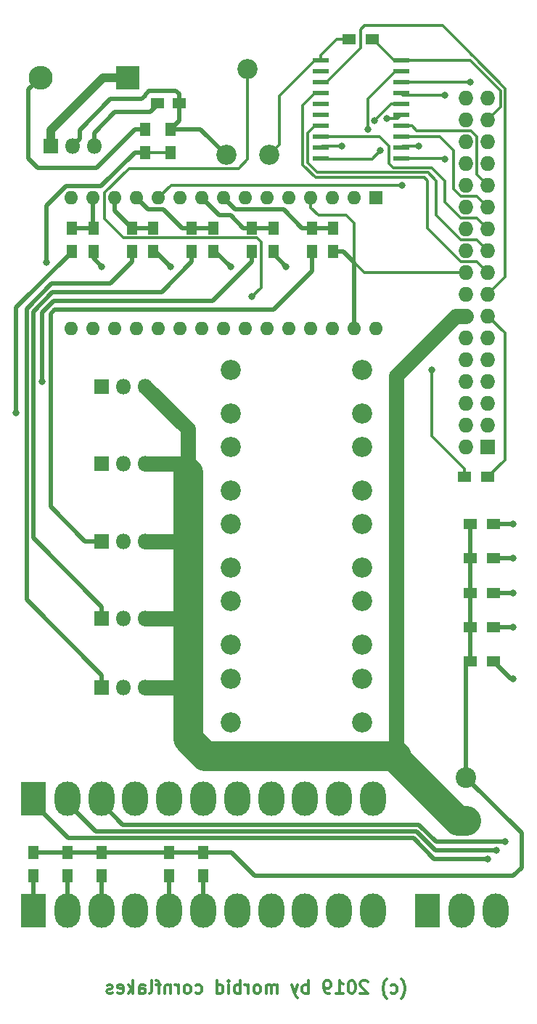
<source format=gbr>
G04 #@! TF.GenerationSoftware,KiCad,Pcbnew,5.0.1*
G04 #@! TF.CreationDate,2019-02-24T09:50:17+01:00*
G04 #@! TF.ProjectId,afterglow_gi_nano,6166746572676C6F775F67695F6E616E,rev?*
G04 #@! TF.SameCoordinates,Original*
G04 #@! TF.FileFunction,Copper,L2,Bot,Signal*
G04 #@! TF.FilePolarity,Positive*
%FSLAX46Y46*%
G04 Gerber Fmt 4.6, Leading zero omitted, Abs format (unit mm)*
G04 Created by KiCad (PCBNEW 5.0.1) date So 24 Feb 2019 09:50:17 CET*
%MOMM*%
%LPD*%
G01*
G04 APERTURE LIST*
G04 #@! TA.AperFunction,NonConductor*
%ADD10C,0.300000*%
G04 #@! TD*
G04 #@! TA.AperFunction,ComponentPad*
%ADD11C,2.340000*%
G04 #@! TD*
G04 #@! TA.AperFunction,ComponentPad*
%ADD12R,2.400000X2.400000*%
G04 #@! TD*
G04 #@! TA.AperFunction,ComponentPad*
%ADD13C,2.400000*%
G04 #@! TD*
G04 #@! TA.AperFunction,SMDPad,CuDef*
%ADD14R,1.950000X0.600000*%
G04 #@! TD*
G04 #@! TA.AperFunction,ComponentPad*
%ADD15R,1.600000X1.600000*%
G04 #@! TD*
G04 #@! TA.AperFunction,ComponentPad*
%ADD16O,1.600000X1.600000*%
G04 #@! TD*
G04 #@! TA.AperFunction,SMDPad,CuDef*
%ADD17R,1.500000X1.250000*%
G04 #@! TD*
G04 #@! TA.AperFunction,ComponentPad*
%ADD18R,2.800000X2.800000*%
G04 #@! TD*
G04 #@! TA.AperFunction,ComponentPad*
%ADD19O,2.800000X2.800000*%
G04 #@! TD*
G04 #@! TA.AperFunction,ComponentPad*
%ADD20C,2.350000*%
G04 #@! TD*
G04 #@! TA.AperFunction,ComponentPad*
%ADD21R,1.727200X1.727200*%
G04 #@! TD*
G04 #@! TA.AperFunction,ComponentPad*
%ADD22O,1.727200X1.727200*%
G04 #@! TD*
G04 #@! TA.AperFunction,ComponentPad*
%ADD23O,3.000000X4.000000*%
G04 #@! TD*
G04 #@! TA.AperFunction,ComponentPad*
%ADD24R,3.000000X4.000000*%
G04 #@! TD*
G04 #@! TA.AperFunction,ComponentPad*
%ADD25O,1.800000X1.800000*%
G04 #@! TD*
G04 #@! TA.AperFunction,ComponentPad*
%ADD26R,1.800000X1.800000*%
G04 #@! TD*
G04 #@! TA.AperFunction,SMDPad,CuDef*
%ADD27R,1.500000X1.300000*%
G04 #@! TD*
G04 #@! TA.AperFunction,SMDPad,CuDef*
%ADD28R,1.300000X1.500000*%
G04 #@! TD*
G04 #@! TA.AperFunction,ViaPad*
%ADD29C,0.800000*%
G04 #@! TD*
G04 #@! TA.AperFunction,Conductor*
%ADD30C,3.500000*%
G04 #@! TD*
G04 #@! TA.AperFunction,Conductor*
%ADD31C,1.750000*%
G04 #@! TD*
G04 #@! TA.AperFunction,Conductor*
%ADD32C,0.500000*%
G04 #@! TD*
G04 #@! TA.AperFunction,Conductor*
%ADD33C,0.300000*%
G04 #@! TD*
G04 #@! TA.AperFunction,Conductor*
%ADD34C,1.000000*%
G04 #@! TD*
G04 APERTURE END LIST*
D10*
X101928571Y-142250000D02*
X102000000Y-142178571D01*
X102142857Y-141964285D01*
X102214285Y-141821428D01*
X102285714Y-141607142D01*
X102357142Y-141250000D01*
X102357142Y-140964285D01*
X102285714Y-140607142D01*
X102214285Y-140392857D01*
X102142857Y-140250000D01*
X102000000Y-140035714D01*
X101928571Y-139964285D01*
X100714285Y-141607142D02*
X100857142Y-141678571D01*
X101142857Y-141678571D01*
X101285714Y-141607142D01*
X101357142Y-141535714D01*
X101428571Y-141392857D01*
X101428571Y-140964285D01*
X101357142Y-140821428D01*
X101285714Y-140750000D01*
X101142857Y-140678571D01*
X100857142Y-140678571D01*
X100714285Y-140750000D01*
X100214285Y-142250000D02*
X100142857Y-142178571D01*
X100000000Y-141964285D01*
X99928571Y-141821428D01*
X99857142Y-141607142D01*
X99785714Y-141250000D01*
X99785714Y-140964285D01*
X99857142Y-140607142D01*
X99928571Y-140392857D01*
X100000000Y-140250000D01*
X100142857Y-140035714D01*
X100214285Y-139964285D01*
X98000000Y-140321428D02*
X97928571Y-140250000D01*
X97785714Y-140178571D01*
X97428571Y-140178571D01*
X97285714Y-140250000D01*
X97214285Y-140321428D01*
X97142857Y-140464285D01*
X97142857Y-140607142D01*
X97214285Y-140821428D01*
X98071428Y-141678571D01*
X97142857Y-141678571D01*
X96214285Y-140178571D02*
X96071428Y-140178571D01*
X95928571Y-140250000D01*
X95857142Y-140321428D01*
X95785714Y-140464285D01*
X95714285Y-140750000D01*
X95714285Y-141107142D01*
X95785714Y-141392857D01*
X95857142Y-141535714D01*
X95928571Y-141607142D01*
X96071428Y-141678571D01*
X96214285Y-141678571D01*
X96357142Y-141607142D01*
X96428571Y-141535714D01*
X96500000Y-141392857D01*
X96571428Y-141107142D01*
X96571428Y-140750000D01*
X96500000Y-140464285D01*
X96428571Y-140321428D01*
X96357142Y-140250000D01*
X96214285Y-140178571D01*
X94285714Y-141678571D02*
X95142857Y-141678571D01*
X94714285Y-141678571D02*
X94714285Y-140178571D01*
X94857142Y-140392857D01*
X95000000Y-140535714D01*
X95142857Y-140607142D01*
X93571428Y-141678571D02*
X93285714Y-141678571D01*
X93142857Y-141607142D01*
X93071428Y-141535714D01*
X92928571Y-141321428D01*
X92857142Y-141035714D01*
X92857142Y-140464285D01*
X92928571Y-140321428D01*
X93000000Y-140250000D01*
X93142857Y-140178571D01*
X93428571Y-140178571D01*
X93571428Y-140250000D01*
X93642857Y-140321428D01*
X93714285Y-140464285D01*
X93714285Y-140821428D01*
X93642857Y-140964285D01*
X93571428Y-141035714D01*
X93428571Y-141107142D01*
X93142857Y-141107142D01*
X93000000Y-141035714D01*
X92928571Y-140964285D01*
X92857142Y-140821428D01*
X91071428Y-141678571D02*
X91071428Y-140178571D01*
X91071428Y-140750000D02*
X90928571Y-140678571D01*
X90642857Y-140678571D01*
X90500000Y-140750000D01*
X90428571Y-140821428D01*
X90357142Y-140964285D01*
X90357142Y-141392857D01*
X90428571Y-141535714D01*
X90500000Y-141607142D01*
X90642857Y-141678571D01*
X90928571Y-141678571D01*
X91071428Y-141607142D01*
X89857142Y-140678571D02*
X89500000Y-141678571D01*
X89142857Y-140678571D02*
X89500000Y-141678571D01*
X89642857Y-142035714D01*
X89714285Y-142107142D01*
X89857142Y-142178571D01*
X87428571Y-141678571D02*
X87428571Y-140678571D01*
X87428571Y-140821428D02*
X87357142Y-140750000D01*
X87214285Y-140678571D01*
X87000000Y-140678571D01*
X86857142Y-140750000D01*
X86785714Y-140892857D01*
X86785714Y-141678571D01*
X86785714Y-140892857D02*
X86714285Y-140750000D01*
X86571428Y-140678571D01*
X86357142Y-140678571D01*
X86214285Y-140750000D01*
X86142857Y-140892857D01*
X86142857Y-141678571D01*
X85214285Y-141678571D02*
X85357142Y-141607142D01*
X85428571Y-141535714D01*
X85500000Y-141392857D01*
X85500000Y-140964285D01*
X85428571Y-140821428D01*
X85357142Y-140750000D01*
X85214285Y-140678571D01*
X85000000Y-140678571D01*
X84857142Y-140750000D01*
X84785714Y-140821428D01*
X84714285Y-140964285D01*
X84714285Y-141392857D01*
X84785714Y-141535714D01*
X84857142Y-141607142D01*
X85000000Y-141678571D01*
X85214285Y-141678571D01*
X84071428Y-141678571D02*
X84071428Y-140678571D01*
X84071428Y-140964285D02*
X84000000Y-140821428D01*
X83928571Y-140750000D01*
X83785714Y-140678571D01*
X83642857Y-140678571D01*
X83142857Y-141678571D02*
X83142857Y-140178571D01*
X83142857Y-140750000D02*
X83000000Y-140678571D01*
X82714285Y-140678571D01*
X82571428Y-140750000D01*
X82500000Y-140821428D01*
X82428571Y-140964285D01*
X82428571Y-141392857D01*
X82500000Y-141535714D01*
X82571428Y-141607142D01*
X82714285Y-141678571D01*
X83000000Y-141678571D01*
X83142857Y-141607142D01*
X81785714Y-141678571D02*
X81785714Y-140678571D01*
X81785714Y-140178571D02*
X81857142Y-140250000D01*
X81785714Y-140321428D01*
X81714285Y-140250000D01*
X81785714Y-140178571D01*
X81785714Y-140321428D01*
X80428571Y-141678571D02*
X80428571Y-140178571D01*
X80428571Y-141607142D02*
X80571428Y-141678571D01*
X80857142Y-141678571D01*
X81000000Y-141607142D01*
X81071428Y-141535714D01*
X81142857Y-141392857D01*
X81142857Y-140964285D01*
X81071428Y-140821428D01*
X81000000Y-140750000D01*
X80857142Y-140678571D01*
X80571428Y-140678571D01*
X80428571Y-140750000D01*
X77928571Y-141607142D02*
X78071428Y-141678571D01*
X78357142Y-141678571D01*
X78500000Y-141607142D01*
X78571428Y-141535714D01*
X78642857Y-141392857D01*
X78642857Y-140964285D01*
X78571428Y-140821428D01*
X78500000Y-140750000D01*
X78357142Y-140678571D01*
X78071428Y-140678571D01*
X77928571Y-140750000D01*
X77071428Y-141678571D02*
X77214285Y-141607142D01*
X77285714Y-141535714D01*
X77357142Y-141392857D01*
X77357142Y-140964285D01*
X77285714Y-140821428D01*
X77214285Y-140750000D01*
X77071428Y-140678571D01*
X76857142Y-140678571D01*
X76714285Y-140750000D01*
X76642857Y-140821428D01*
X76571428Y-140964285D01*
X76571428Y-141392857D01*
X76642857Y-141535714D01*
X76714285Y-141607142D01*
X76857142Y-141678571D01*
X77071428Y-141678571D01*
X75928571Y-141678571D02*
X75928571Y-140678571D01*
X75928571Y-140964285D02*
X75857142Y-140821428D01*
X75785714Y-140750000D01*
X75642857Y-140678571D01*
X75500000Y-140678571D01*
X75000000Y-140678571D02*
X75000000Y-141678571D01*
X75000000Y-140821428D02*
X74928571Y-140750000D01*
X74785714Y-140678571D01*
X74571428Y-140678571D01*
X74428571Y-140750000D01*
X74357142Y-140892857D01*
X74357142Y-141678571D01*
X73857142Y-140678571D02*
X73285714Y-140678571D01*
X73642857Y-141678571D02*
X73642857Y-140392857D01*
X73571428Y-140250000D01*
X73428571Y-140178571D01*
X73285714Y-140178571D01*
X72571428Y-141678571D02*
X72714285Y-141607142D01*
X72785714Y-141464285D01*
X72785714Y-140178571D01*
X71357142Y-141678571D02*
X71357142Y-140892857D01*
X71428571Y-140750000D01*
X71571428Y-140678571D01*
X71857142Y-140678571D01*
X72000000Y-140750000D01*
X71357142Y-141607142D02*
X71500000Y-141678571D01*
X71857142Y-141678571D01*
X72000000Y-141607142D01*
X72071428Y-141464285D01*
X72071428Y-141321428D01*
X72000000Y-141178571D01*
X71857142Y-141107142D01*
X71500000Y-141107142D01*
X71357142Y-141035714D01*
X70642857Y-141678571D02*
X70642857Y-140178571D01*
X70500000Y-141107142D02*
X70071428Y-141678571D01*
X70071428Y-140678571D02*
X70642857Y-141250000D01*
X68857142Y-141607142D02*
X69000000Y-141678571D01*
X69285714Y-141678571D01*
X69428571Y-141607142D01*
X69500000Y-141464285D01*
X69500000Y-140892857D01*
X69428571Y-140750000D01*
X69285714Y-140678571D01*
X69000000Y-140678571D01*
X68857142Y-140750000D01*
X68785714Y-140892857D01*
X68785714Y-141035714D01*
X69500000Y-141178571D01*
X68214285Y-141607142D02*
X68071428Y-141678571D01*
X67785714Y-141678571D01*
X67642857Y-141607142D01*
X67571428Y-141464285D01*
X67571428Y-141392857D01*
X67642857Y-141250000D01*
X67785714Y-141178571D01*
X68000000Y-141178571D01*
X68142857Y-141107142D01*
X68214285Y-140964285D01*
X68214285Y-140892857D01*
X68142857Y-140750000D01*
X68000000Y-140678571D01*
X67785714Y-140678571D01*
X67642857Y-140750000D01*
D11*
G04 #@! TO.P,RV1,3*
G04 #@! TO.N,GND*
X81500000Y-44000000D03*
G04 #@! TO.P,RV1,2*
G04 #@! TO.N,Net-(A1-Pad20)*
X84000000Y-34000000D03*
G04 #@! TO.P,RV1,1*
G04 #@! TO.N,/5V*
X86500000Y-44000000D03*
G04 #@! TD*
D12*
G04 #@! TO.P,J2,1*
G04 #@! TO.N,GND*
X109500000Y-121500000D03*
D13*
G04 #@! TO.P,J2,2*
G04 #@! TO.N,+12V*
X109500000Y-116500000D03*
G04 #@! TD*
D14*
G04 #@! TO.P,U1,1*
G04 #@! TO.N,/BLANK*
X101900000Y-33000000D03*
G04 #@! TO.P,U1,2*
G04 #@! TO.N,/T0*
X101900000Y-34270000D03*
G04 #@! TO.P,U1,3*
G04 #@! TO.N,/D0*
X101900000Y-35540000D03*
G04 #@! TO.P,U1,4*
G04 #@! TO.N,/D1*
X101900000Y-36810000D03*
G04 #@! TO.P,U1,5*
G04 #@! TO.N,/T1*
X101900000Y-38080000D03*
G04 #@! TO.P,U1,6*
G04 #@! TO.N,/T2*
X101900000Y-39350000D03*
G04 #@! TO.P,U1,7*
G04 #@! TO.N,/D2*
X101900000Y-40620000D03*
G04 #@! TO.P,U1,8*
G04 #@! TO.N,/D3*
X101900000Y-41890000D03*
G04 #@! TO.P,U1,9*
G04 #@! TO.N,/T3*
X101900000Y-43160000D03*
G04 #@! TO.P,U1,10*
G04 #@! TO.N,GND*
X101900000Y-44430000D03*
G04 #@! TO.P,U1,11*
G04 #@! TO.N,/TRIAC*
X92500000Y-44430000D03*
G04 #@! TO.P,U1,12*
G04 #@! TO.N,/T4*
X92500000Y-43160000D03*
G04 #@! TO.P,U1,13*
G04 #@! TO.N,/D4*
X92500000Y-41890000D03*
G04 #@! TO.P,U1,14*
G04 #@! TO.N,/D5*
X92500000Y-40620000D03*
G04 #@! TO.P,U1,15*
G04 #@! TO.N,Net-(U1-Pad15)*
X92500000Y-39350000D03*
G04 #@! TO.P,U1,16*
G04 #@! TO.N,Net-(U1-Pad16)*
X92500000Y-38080000D03*
G04 #@! TO.P,U1,17*
G04 #@! TO.N,/D6*
X92500000Y-36810000D03*
G04 #@! TO.P,U1,18*
G04 #@! TO.N,/D7*
X92500000Y-35540000D03*
G04 #@! TO.P,U1,19*
G04 #@! TO.N,Net-(U1-Pad19)*
X92500000Y-34270000D03*
G04 #@! TO.P,U1,20*
G04 #@! TO.N,/5V*
X92500000Y-33000000D03*
G04 #@! TD*
D15*
G04 #@! TO.P,A1,1*
G04 #@! TO.N,Net-(A1-Pad1)*
X99000000Y-49000000D03*
D16*
G04 #@! TO.P,A1,17*
G04 #@! TO.N,Net-(A1-Pad17)*
X65980000Y-64240000D03*
G04 #@! TO.P,A1,2*
G04 #@! TO.N,Net-(A1-Pad2)*
X96460000Y-49000000D03*
G04 #@! TO.P,A1,18*
G04 #@! TO.N,Net-(A1-Pad18)*
X68520000Y-64240000D03*
G04 #@! TO.P,A1,3*
G04 #@! TO.N,Net-(A1-Pad3)*
X93920000Y-49000000D03*
G04 #@! TO.P,A1,19*
G04 #@! TO.N,Net-(A1-Pad19)*
X71060000Y-64240000D03*
G04 #@! TO.P,A1,4*
G04 #@! TO.N,GND*
X91380000Y-49000000D03*
G04 #@! TO.P,A1,20*
G04 #@! TO.N,Net-(A1-Pad20)*
X73600000Y-64240000D03*
G04 #@! TO.P,A1,5*
G04 #@! TO.N,/T0*
X88840000Y-49000000D03*
G04 #@! TO.P,A1,21*
G04 #@! TO.N,Net-(A1-Pad21)*
X76140000Y-64240000D03*
G04 #@! TO.P,A1,6*
G04 #@! TO.N,/T1*
X86300000Y-49000000D03*
G04 #@! TO.P,A1,22*
G04 #@! TO.N,Net-(A1-Pad22)*
X78680000Y-64240000D03*
G04 #@! TO.P,A1,7*
G04 #@! TO.N,/T2*
X83760000Y-49000000D03*
G04 #@! TO.P,A1,23*
G04 #@! TO.N,Net-(A1-Pad23)*
X81220000Y-64240000D03*
G04 #@! TO.P,A1,8*
G04 #@! TO.N,/P0*
X81220000Y-49000000D03*
G04 #@! TO.P,A1,24*
G04 #@! TO.N,Net-(A1-Pad24)*
X83760000Y-64240000D03*
G04 #@! TO.P,A1,9*
G04 #@! TO.N,/P4*
X78680000Y-49000000D03*
G04 #@! TO.P,A1,25*
G04 #@! TO.N,Net-(A1-Pad25)*
X86300000Y-64240000D03*
G04 #@! TO.P,A1,10*
G04 #@! TO.N,/ZC*
X76140000Y-49000000D03*
G04 #@! TO.P,A1,26*
G04 #@! TO.N,Net-(A1-Pad26)*
X88840000Y-64240000D03*
G04 #@! TO.P,A1,11*
G04 #@! TO.N,/T3*
X73600000Y-49000000D03*
G04 #@! TO.P,A1,27*
G04 #@! TO.N,/5V*
X91380000Y-64240000D03*
G04 #@! TO.P,A1,12*
G04 #@! TO.N,/P1*
X71060000Y-49000000D03*
G04 #@! TO.P,A1,28*
G04 #@! TO.N,Net-(A1-Pad28)*
X93920000Y-64240000D03*
G04 #@! TO.P,A1,13*
G04 #@! TO.N,/P2*
X68520000Y-49000000D03*
G04 #@! TO.P,A1,29*
G04 #@! TO.N,GND*
X96460000Y-64240000D03*
G04 #@! TO.P,A1,14*
G04 #@! TO.N,/P3*
X65980000Y-49000000D03*
G04 #@! TO.P,A1,30*
G04 #@! TO.N,Net-(A1-Pad30)*
X99000000Y-64240000D03*
G04 #@! TO.P,A1,15*
G04 #@! TO.N,/T4*
X63440000Y-49000000D03*
G04 #@! TO.P,A1,16*
G04 #@! TO.N,Net-(A1-Pad16)*
X63440000Y-64240000D03*
G04 #@! TD*
D17*
G04 #@! TO.P,C3,2*
G04 #@! TO.N,GND*
X76000000Y-38000000D03*
G04 #@! TO.P,C3,1*
G04 #@! TO.N,/5V*
X73500000Y-38000000D03*
G04 #@! TD*
D18*
G04 #@! TO.P,D6,1*
G04 #@! TO.N,Net-(C2-Pad1)*
X70000000Y-35000000D03*
D19*
G04 #@! TO.P,D6,2*
G04 #@! TO.N,+12V*
X59840000Y-35000000D03*
G04 #@! TD*
D20*
G04 #@! TO.P,F1,2*
G04 #@! TO.N,+12V*
X97320000Y-69000000D03*
X97320000Y-74080000D03*
G04 #@! TO.P,F1,1*
G04 #@! TO.N,Net-(F1-Pad1)*
X82000000Y-69000000D03*
X82000000Y-74080000D03*
G04 #@! TD*
G04 #@! TO.P,F2,1*
G04 #@! TO.N,Net-(F2-Pad1)*
X82000000Y-83080000D03*
X82000000Y-78000000D03*
G04 #@! TO.P,F2,2*
G04 #@! TO.N,+12V*
X97320000Y-83080000D03*
X97320000Y-78000000D03*
G04 #@! TD*
G04 #@! TO.P,F3,2*
G04 #@! TO.N,+12V*
X97320000Y-87000000D03*
X97320000Y-92080000D03*
G04 #@! TO.P,F3,1*
G04 #@! TO.N,Net-(F3-Pad1)*
X82000000Y-87000000D03*
X82000000Y-92080000D03*
G04 #@! TD*
G04 #@! TO.P,F4,1*
G04 #@! TO.N,Net-(F4-Pad1)*
X82000000Y-101080000D03*
X82000000Y-96000000D03*
G04 #@! TO.P,F4,2*
G04 #@! TO.N,+12V*
X97320000Y-101080000D03*
X97320000Y-96000000D03*
G04 #@! TD*
G04 #@! TO.P,F5,2*
G04 #@! TO.N,+12V*
X97320000Y-105000000D03*
X97320000Y-110080000D03*
G04 #@! TO.P,F5,1*
G04 #@! TO.N,Net-(F5-Pad1)*
X82000000Y-105000000D03*
X82000000Y-110080000D03*
G04 #@! TD*
D21*
G04 #@! TO.P,J1,1*
G04 #@! TO.N,/PIN1*
X112000000Y-78000000D03*
D22*
G04 #@! TO.P,J1,2*
G04 #@! TO.N,/PIN2*
X109460000Y-78000000D03*
G04 #@! TO.P,J1,3*
G04 #@! TO.N,/PIN3*
X112000000Y-75460000D03*
G04 #@! TO.P,J1,4*
G04 #@! TO.N,/PIN4*
X109460000Y-75460000D03*
G04 #@! TO.P,J1,5*
G04 #@! TO.N,/PIN5*
X112000000Y-72920000D03*
G04 #@! TO.P,J1,6*
G04 #@! TO.N,/PIN6*
X109460000Y-72920000D03*
G04 #@! TO.P,J1,7*
G04 #@! TO.N,/PIN7*
X112000000Y-70380000D03*
G04 #@! TO.P,J1,8*
G04 #@! TO.N,/PIN8*
X109460000Y-70380000D03*
G04 #@! TO.P,J1,9*
G04 #@! TO.N,/PIN9*
X112000000Y-67840000D03*
G04 #@! TO.P,J1,10*
G04 #@! TO.N,/PIN10*
X109460000Y-67840000D03*
G04 #@! TO.P,J1,11*
G04 #@! TO.N,/PIN11*
X112000000Y-65300000D03*
G04 #@! TO.P,J1,12*
G04 #@! TO.N,/PIN12*
X109460000Y-65300000D03*
G04 #@! TO.P,J1,13*
G04 #@! TO.N,/TRIAC*
X112000000Y-62760000D03*
G04 #@! TO.P,J1,14*
G04 #@! TO.N,GND*
X109460000Y-62760000D03*
G04 #@! TO.P,J1,15*
G04 #@! TO.N,/D7*
X112000000Y-60220000D03*
G04 #@! TO.P,J1,16*
G04 #@! TO.N,GND*
X109460000Y-60220000D03*
G04 #@! TO.P,J1,17*
G04 #@! TO.N,/D6*
X112000000Y-57680000D03*
G04 #@! TO.P,J1,18*
G04 #@! TO.N,GND*
X109460000Y-57680000D03*
G04 #@! TO.P,J1,19*
G04 #@! TO.N,/D5*
X112000000Y-55140000D03*
G04 #@! TO.P,J1,20*
G04 #@! TO.N,GND*
X109460000Y-55140000D03*
G04 #@! TO.P,J1,21*
G04 #@! TO.N,/D4*
X112000000Y-52600000D03*
G04 #@! TO.P,J1,22*
G04 #@! TO.N,GND*
X109460000Y-52600000D03*
G04 #@! TO.P,J1,23*
G04 #@! TO.N,/D3*
X112000000Y-50060000D03*
G04 #@! TO.P,J1,24*
G04 #@! TO.N,GND*
X109460000Y-50060000D03*
G04 #@! TO.P,J1,25*
G04 #@! TO.N,/D2*
X112000000Y-47520000D03*
G04 #@! TO.P,J1,26*
G04 #@! TO.N,GND*
X109460000Y-47520000D03*
G04 #@! TO.P,J1,27*
G04 #@! TO.N,/D1*
X112000000Y-44980000D03*
G04 #@! TO.P,J1,28*
G04 #@! TO.N,GND*
X109460000Y-44980000D03*
G04 #@! TO.P,J1,29*
G04 #@! TO.N,/D0*
X112000000Y-42440000D03*
G04 #@! TO.P,J1,30*
G04 #@! TO.N,GND*
X109460000Y-42440000D03*
G04 #@! TO.P,J1,31*
G04 #@! TO.N,/BLANK*
X112000000Y-39900000D03*
G04 #@! TO.P,J1,32*
G04 #@! TO.N,/PIN32*
X109460000Y-39900000D03*
G04 #@! TO.P,J1,33*
G04 #@! TO.N,/PIN33*
X112000000Y-37360000D03*
G04 #@! TO.P,J1,34*
G04 #@! TO.N,/ZC*
X109460000Y-37360000D03*
G04 #@! TD*
D23*
G04 #@! TO.P,J120 OUT,11*
G04 #@! TO.N,Net-(F1-Pad1)*
X98621600Y-132000000D03*
G04 #@! TO.P,J120 OUT,10*
G04 #@! TO.N,Net-(F2-Pad1)*
X94661600Y-132000000D03*
G04 #@! TO.P,J120 OUT,9*
G04 #@! TO.N,Net-(F3-Pad1)*
X90699200Y-132000000D03*
G04 #@! TO.P,J120 OUT,8*
G04 #@! TO.N,Net-(F4-Pad1)*
X86736800Y-132000000D03*
G04 #@! TO.P,J120 OUT,7*
G04 #@! TO.N,Net-(F5-Pad1)*
X82774400Y-132000000D03*
G04 #@! TO.P,J120 OUT,6*
G04 #@! TO.N,/GI_OUT_4*
X78812000Y-132000000D03*
G04 #@! TO.P,J120 OUT,5*
G04 #@! TO.N,/GI_OUT_3*
X74849600Y-132000000D03*
G04 #@! TO.P,J120 OUT,4*
G04 #@! TO.N,Net-(J3-Pad4)*
X70887200Y-132000000D03*
G04 #@! TO.P,J120 OUT,3*
G04 #@! TO.N,/GI_OUT_2*
X66924800Y-132000000D03*
G04 #@! TO.P,J120 OUT,2*
G04 #@! TO.N,/GI_OUT_1*
X62962400Y-132000000D03*
D24*
G04 #@! TO.P,J120 OUT,1*
G04 #@! TO.N,/GI_OUT_0*
X59000000Y-132000000D03*
G04 #@! TD*
G04 #@! TO.P,J121 OUT,1*
G04 #@! TO.N,/GI_OUT_0*
X59000000Y-119000000D03*
D23*
G04 #@! TO.P,J121 OUT,2*
G04 #@! TO.N,/GI_OUT_1*
X62962400Y-119000000D03*
G04 #@! TO.P,J121 OUT,3*
G04 #@! TO.N,/GI_OUT_2*
X66924800Y-119000000D03*
G04 #@! TO.P,J121 OUT,4*
G04 #@! TO.N,Net-(J4-Pad4)*
X70887200Y-119000000D03*
G04 #@! TO.P,J121 OUT,5*
G04 #@! TO.N,/GI_OUT_3*
X74849600Y-119000000D03*
G04 #@! TO.P,J121 OUT,6*
G04 #@! TO.N,/GI_OUT_4*
X78812000Y-119000000D03*
G04 #@! TO.P,J121 OUT,7*
G04 #@! TO.N,Net-(F5-Pad1)*
X82774400Y-119000000D03*
G04 #@! TO.P,J121 OUT,8*
G04 #@! TO.N,Net-(F4-Pad1)*
X86736800Y-119000000D03*
G04 #@! TO.P,J121 OUT,9*
G04 #@! TO.N,Net-(F3-Pad1)*
X90699200Y-119000000D03*
G04 #@! TO.P,J121 OUT,10*
G04 #@! TO.N,Net-(F2-Pad1)*
X94661600Y-119000000D03*
G04 #@! TO.P,J121 OUT,11*
G04 #@! TO.N,Net-(F1-Pad1)*
X98621600Y-119000000D03*
G04 #@! TD*
D24*
G04 #@! TO.P,J119 OUT,1*
G04 #@! TO.N,/GI_OUT_4*
X105000000Y-132000000D03*
D23*
G04 #@! TO.P,J119 OUT,2*
G04 #@! TO.N,Net-(J5-Pad2)*
X108962400Y-132000000D03*
G04 #@! TO.P,J119 OUT,3*
G04 #@! TO.N,Net-(F1-Pad1)*
X112924800Y-132000000D03*
G04 #@! TD*
D25*
G04 #@! TO.P,Q1,3*
G04 #@! TO.N,GND*
X72080000Y-89000000D03*
G04 #@! TO.P,Q1,2*
G04 #@! TO.N,/GI_OUT_0*
X69540000Y-89000000D03*
D26*
G04 #@! TO.P,Q1,1*
G04 #@! TO.N,Net-(Q1-Pad1)*
X67000000Y-89000000D03*
G04 #@! TD*
G04 #@! TO.P,Q2,1*
G04 #@! TO.N,Net-(Q2-Pad1)*
X67000000Y-98000000D03*
D25*
G04 #@! TO.P,Q2,2*
G04 #@! TO.N,/GI_OUT_1*
X69540000Y-98000000D03*
G04 #@! TO.P,Q2,3*
G04 #@! TO.N,GND*
X72080000Y-98000000D03*
G04 #@! TD*
G04 #@! TO.P,Q3,3*
G04 #@! TO.N,GND*
X72080000Y-106000000D03*
G04 #@! TO.P,Q3,2*
G04 #@! TO.N,/GI_OUT_2*
X69540000Y-106000000D03*
D26*
G04 #@! TO.P,Q3,1*
G04 #@! TO.N,Net-(Q3-Pad1)*
X67000000Y-106000000D03*
G04 #@! TD*
G04 #@! TO.P,Q4,1*
G04 #@! TO.N,Net-(Q4-Pad1)*
X67000000Y-80000000D03*
D25*
G04 #@! TO.P,Q4,2*
G04 #@! TO.N,/GI_OUT_3*
X69540000Y-80000000D03*
G04 #@! TO.P,Q4,3*
G04 #@! TO.N,GND*
X72080000Y-80000000D03*
G04 #@! TD*
G04 #@! TO.P,Q5,3*
G04 #@! TO.N,GND*
X72080000Y-71000000D03*
G04 #@! TO.P,Q5,2*
G04 #@! TO.N,/GI_OUT_4*
X69540000Y-71000000D03*
D26*
G04 #@! TO.P,Q5,1*
G04 #@! TO.N,Net-(Q5-Pad1)*
X67000000Y-71000000D03*
G04 #@! TD*
D27*
G04 #@! TO.P,R1,1*
G04 #@! TO.N,/BLANK*
X98500000Y-30500000D03*
G04 #@! TO.P,R1,2*
G04 #@! TO.N,/5V*
X95800000Y-30500000D03*
G04 #@! TD*
G04 #@! TO.P,R2,1*
G04 #@! TO.N,/TRIAC*
X112000000Y-81500000D03*
G04 #@! TO.P,R2,2*
G04 #@! TO.N,/5V*
X109300000Y-81500000D03*
G04 #@! TD*
D28*
G04 #@! TO.P,R3,1*
G04 #@! TO.N,/GI_OUT_0*
X59000000Y-128000000D03*
G04 #@! TO.P,R3,2*
G04 #@! TO.N,+12V*
X59000000Y-125300000D03*
G04 #@! TD*
G04 #@! TO.P,R4,2*
G04 #@! TO.N,/P0*
X91500000Y-52500000D03*
G04 #@! TO.P,R4,1*
G04 #@! TO.N,Net-(Q1-Pad1)*
X91500000Y-55200000D03*
G04 #@! TD*
G04 #@! TO.P,R5,1*
G04 #@! TO.N,GND*
X94000000Y-55200000D03*
G04 #@! TO.P,R5,2*
G04 #@! TO.N,/P0*
X94000000Y-52500000D03*
G04 #@! TD*
G04 #@! TO.P,R6,2*
G04 #@! TO.N,+12V*
X63000000Y-125300000D03*
G04 #@! TO.P,R6,1*
G04 #@! TO.N,/GI_OUT_1*
X63000000Y-128000000D03*
G04 #@! TD*
G04 #@! TO.P,R7,2*
G04 #@! TO.N,/P1*
X77500000Y-52500000D03*
G04 #@! TO.P,R7,1*
G04 #@! TO.N,Net-(Q2-Pad1)*
X77500000Y-55200000D03*
G04 #@! TD*
G04 #@! TO.P,R8,2*
G04 #@! TO.N,/P1*
X80000000Y-52500000D03*
G04 #@! TO.P,R8,1*
G04 #@! TO.N,GND*
X80000000Y-55200000D03*
G04 #@! TD*
G04 #@! TO.P,R9,2*
G04 #@! TO.N,+12V*
X67000000Y-125300000D03*
G04 #@! TO.P,R9,1*
G04 #@! TO.N,/GI_OUT_2*
X67000000Y-128000000D03*
G04 #@! TD*
G04 #@! TO.P,R10,2*
G04 #@! TO.N,/P2*
X70500000Y-52500000D03*
G04 #@! TO.P,R10,1*
G04 #@! TO.N,Net-(Q3-Pad1)*
X70500000Y-55200000D03*
G04 #@! TD*
G04 #@! TO.P,R11,1*
G04 #@! TO.N,GND*
X73000000Y-55200000D03*
G04 #@! TO.P,R11,2*
G04 #@! TO.N,/P2*
X73000000Y-52500000D03*
G04 #@! TD*
G04 #@! TO.P,R12,2*
G04 #@! TO.N,+12V*
X74800000Y-125300000D03*
G04 #@! TO.P,R12,1*
G04 #@! TO.N,/GI_OUT_3*
X74800000Y-128000000D03*
G04 #@! TD*
G04 #@! TO.P,R13,2*
G04 #@! TO.N,/P3*
X63500000Y-52500000D03*
G04 #@! TO.P,R13,1*
G04 #@! TO.N,Net-(Q4-Pad1)*
X63500000Y-55200000D03*
G04 #@! TD*
G04 #@! TO.P,R14,1*
G04 #@! TO.N,GND*
X66000000Y-55200000D03*
G04 #@! TO.P,R14,2*
G04 #@! TO.N,/P3*
X66000000Y-52500000D03*
G04 #@! TD*
G04 #@! TO.P,R15,2*
G04 #@! TO.N,+12V*
X78800000Y-125300000D03*
G04 #@! TO.P,R15,1*
G04 #@! TO.N,/GI_OUT_4*
X78800000Y-128000000D03*
G04 #@! TD*
G04 #@! TO.P,R16,2*
G04 #@! TO.N,/P4*
X84500000Y-52500000D03*
G04 #@! TO.P,R16,1*
G04 #@! TO.N,Net-(Q5-Pad1)*
X84500000Y-55200000D03*
G04 #@! TD*
G04 #@! TO.P,R17,1*
G04 #@! TO.N,GND*
X87000000Y-55200000D03*
G04 #@! TO.P,R17,2*
G04 #@! TO.N,/P4*
X87000000Y-52500000D03*
G04 #@! TD*
D27*
G04 #@! TO.P,R18,2*
G04 #@! TO.N,Net-(D1-Pad2)*
X112700000Y-87000000D03*
G04 #@! TO.P,R18,1*
G04 #@! TO.N,+12V*
X110000000Y-87000000D03*
G04 #@! TD*
G04 #@! TO.P,R19,1*
G04 #@! TO.N,+12V*
X110000000Y-91000000D03*
G04 #@! TO.P,R19,2*
G04 #@! TO.N,Net-(D2-Pad2)*
X112700000Y-91000000D03*
G04 #@! TD*
G04 #@! TO.P,R20,1*
G04 #@! TO.N,+12V*
X110000000Y-95000000D03*
G04 #@! TO.P,R20,2*
G04 #@! TO.N,Net-(D3-Pad2)*
X112700000Y-95000000D03*
G04 #@! TD*
G04 #@! TO.P,R21,1*
G04 #@! TO.N,+12V*
X110000000Y-99000000D03*
G04 #@! TO.P,R21,2*
G04 #@! TO.N,Net-(D4-Pad2)*
X112700000Y-99000000D03*
G04 #@! TD*
G04 #@! TO.P,R22,1*
G04 #@! TO.N,+12V*
X110000000Y-103000000D03*
G04 #@! TO.P,R22,2*
G04 #@! TO.N,Net-(D5-Pad2)*
X112700000Y-103000000D03*
G04 #@! TD*
D28*
G04 #@! TO.P,R23,2*
G04 #@! TO.N,Net-(A1-Pad19)*
X72000000Y-43700000D03*
G04 #@! TO.P,R23,1*
G04 #@! TO.N,+12V*
X72000000Y-41000000D03*
G04 #@! TD*
G04 #@! TO.P,R24,1*
G04 #@! TO.N,Net-(A1-Pad19)*
X75000000Y-43700000D03*
G04 #@! TO.P,R24,2*
G04 #@! TO.N,GND*
X75000000Y-41000000D03*
G04 #@! TD*
D26*
G04 #@! TO.P,U2,1*
G04 #@! TO.N,Net-(C2-Pad1)*
X61000000Y-43000000D03*
D25*
G04 #@! TO.P,U2,2*
G04 #@! TO.N,GND*
X63540000Y-43000000D03*
G04 #@! TO.P,U2,3*
G04 #@! TO.N,/5V*
X66080000Y-43000000D03*
G04 #@! TD*
D29*
G04 #@! TO.N,GND*
X67000000Y-57000000D03*
X75000000Y-57000000D03*
X82000000Y-57000000D03*
X88500000Y-57000000D03*
X107000000Y-44500000D03*
X81500000Y-44000000D03*
G04 #@! TO.N,/5V*
X105500000Y-69000000D03*
G04 #@! TO.N,Net-(D1-Pad2)*
X115000000Y-87000000D03*
G04 #@! TO.N,/GI_OUT_0*
X112000000Y-126000000D03*
G04 #@! TO.N,Net-(D2-Pad2)*
X115000000Y-91000000D03*
G04 #@! TO.N,/GI_OUT_1*
X113000000Y-125000000D03*
G04 #@! TO.N,/GI_OUT_2*
X114000000Y-124000000D03*
G04 #@! TO.N,Net-(D3-Pad2)*
X115000000Y-95000000D03*
G04 #@! TO.N,Net-(D4-Pad2)*
X115000000Y-99000000D03*
G04 #@! TO.N,Net-(D5-Pad2)*
X115000000Y-105000000D03*
G04 #@! TO.N,/TRIAC*
X99500000Y-43500000D03*
G04 #@! TO.N,/D1*
X107000000Y-37000000D03*
G04 #@! TO.N,/D0*
X110000000Y-35500000D03*
G04 #@! TO.N,Net-(Q4-Pad1)*
X57000000Y-74000000D03*
G04 #@! TO.N,Net-(Q5-Pad1)*
X60050000Y-70377199D03*
G04 #@! TO.N,Net-(A1-Pad19)*
X60500000Y-56500000D03*
G04 #@! TO.N,Net-(A1-Pad20)*
X84500000Y-60500000D03*
G04 #@! TO.N,/T0*
X98000000Y-41000000D03*
G04 #@! TO.N,/T4*
X95000000Y-43000000D03*
G04 #@! TO.N,/T1*
X98800000Y-40000000D03*
G04 #@! TO.N,/T2*
X100215686Y-39715686D03*
G04 #@! TO.N,/T3*
X102000000Y-47500000D03*
X104000000Y-43000000D03*
G04 #@! TD*
D30*
G04 #@! TO.N,GND*
X79000000Y-114000000D02*
X77000000Y-112000000D01*
D31*
X72080000Y-89000000D02*
X77000000Y-89000000D01*
D30*
X77000000Y-89000000D02*
X77000000Y-81000000D01*
D31*
X76000000Y-98000000D02*
X77000000Y-99000000D01*
X72080000Y-98000000D02*
X76000000Y-98000000D01*
D30*
X77000000Y-99000000D02*
X77000000Y-89000000D01*
D31*
X72080000Y-106000000D02*
X77000000Y-106000000D01*
D30*
X77000000Y-112000000D02*
X77000000Y-106000000D01*
X77000000Y-106000000D02*
X77000000Y-99000000D01*
D31*
X76000000Y-80000000D02*
X77000000Y-81000000D01*
X77000000Y-75920000D02*
X77000000Y-81000000D01*
X72080000Y-71000000D02*
X77000000Y-75920000D01*
X72080000Y-80000000D02*
X76000000Y-80000000D01*
X108238686Y-62760000D02*
X109460000Y-62760000D01*
X101300000Y-69698686D02*
X108238686Y-62760000D01*
X101300000Y-114000000D02*
X101300000Y-69698686D01*
D30*
X101300000Y-114000000D02*
X79000000Y-114000000D01*
X108500000Y-121500000D02*
X109500000Y-121500000D01*
X101300000Y-114300000D02*
X108500000Y-121500000D01*
D32*
X95150000Y-55200000D02*
X94000000Y-55200000D01*
X66000000Y-55200000D02*
X66000000Y-56000000D01*
X66000000Y-56000000D02*
X67000000Y-57000000D01*
X73000000Y-55200000D02*
X73200000Y-55200000D01*
X73200000Y-55200000D02*
X75000000Y-57000000D01*
X80000000Y-55200000D02*
X80200000Y-55200000D01*
X80200000Y-55200000D02*
X82000000Y-57000000D01*
X87000000Y-55200000D02*
X87000000Y-55500000D01*
X87000000Y-55500000D02*
X88500000Y-57000000D01*
X78500000Y-41000000D02*
X81500000Y-44000000D01*
X75000000Y-41000000D02*
X76000000Y-41000000D01*
X76000000Y-41000000D02*
X78500000Y-41000000D01*
D33*
X101900000Y-44430000D02*
X106930000Y-44430000D01*
X106930000Y-44430000D02*
X107000000Y-44500000D01*
X91380000Y-50131370D02*
X92248630Y-51000000D01*
X91380000Y-49000000D02*
X91380000Y-50131370D01*
X92248630Y-51000000D02*
X95500000Y-51000000D01*
X96460000Y-51960000D02*
X96460000Y-57000000D01*
X95500000Y-51000000D02*
X96460000Y-51960000D01*
D32*
X96460000Y-64240000D02*
X96460000Y-57000000D01*
X96460000Y-57000000D02*
X96460000Y-56510000D01*
D33*
X97630000Y-57680000D02*
X96000000Y-56050000D01*
X109460000Y-57680000D02*
X97630000Y-57680000D01*
D32*
X96460000Y-56510000D02*
X96000000Y-56050000D01*
X96000000Y-56050000D02*
X95150000Y-55200000D01*
X64439999Y-42100001D02*
X64439999Y-41060001D01*
X63540000Y-43000000D02*
X64439999Y-42100001D01*
X64439999Y-41060001D02*
X68000000Y-37500000D01*
X71634998Y-37500000D02*
X72000000Y-37134998D01*
X68000000Y-37500000D02*
X71634998Y-37500000D01*
X72000000Y-37134998D02*
X72000000Y-37000000D01*
X76000000Y-36875000D02*
X75625000Y-36500000D01*
X76000000Y-38000000D02*
X76000000Y-36875000D01*
X72500000Y-36500000D02*
X72000000Y-37000000D01*
X75625000Y-36500000D02*
X72500000Y-36500000D01*
X76000000Y-40000000D02*
X75000000Y-41000000D01*
X76000000Y-38000000D02*
X76000000Y-40000000D01*
G04 #@! TO.N,/5V*
X66080000Y-41420000D02*
X66080000Y-43000000D01*
X68500000Y-39000000D02*
X66080000Y-41420000D01*
X72625000Y-39000000D02*
X68500000Y-39000000D01*
X73500000Y-38125000D02*
X72625000Y-39000000D01*
D33*
X87669999Y-37155001D02*
X91825000Y-33000000D01*
X87669999Y-42830001D02*
X87669999Y-37155001D01*
X91825000Y-33000000D02*
X92500000Y-33000000D01*
X86500000Y-44000000D02*
X87669999Y-42830001D01*
X94750000Y-30500000D02*
X95800000Y-30500000D01*
X94400000Y-30500000D02*
X94750000Y-30500000D01*
X92500000Y-32400000D02*
X94400000Y-30500000D01*
X92500000Y-33000000D02*
X92500000Y-32400000D01*
X105500000Y-76750000D02*
X105500000Y-69000000D01*
X109300000Y-81500000D02*
X109300000Y-80550000D01*
X109300000Y-80550000D02*
X105500000Y-76750000D01*
D32*
G04 #@! TO.N,+12V*
X82150000Y-125300000D02*
X84850000Y-128000000D01*
X81000000Y-125300000D02*
X82150000Y-125300000D01*
X84850000Y-128000000D02*
X115000000Y-128000000D01*
X115000000Y-128000000D02*
X116000000Y-127000000D01*
X116000000Y-123000000D02*
X109500000Y-116500000D01*
X116000000Y-127000000D02*
X116000000Y-123000000D01*
X60150000Y-125300000D02*
X61400000Y-125300000D01*
X59000000Y-125300000D02*
X60150000Y-125300000D01*
X61000000Y-125300000D02*
X61400000Y-125300000D01*
X61400000Y-125300000D02*
X81000000Y-125300000D01*
X110000000Y-87000000D02*
X110000000Y-99000000D01*
X110000000Y-99000000D02*
X110000000Y-103000000D01*
X109500000Y-103500000D02*
X110000000Y-103000000D01*
X109500000Y-116500000D02*
X109500000Y-103500000D01*
X70850000Y-41000000D02*
X66350000Y-45500000D01*
X72000000Y-41000000D02*
X70850000Y-41000000D01*
X66350000Y-45500000D02*
X59500000Y-45500000D01*
X58440001Y-36399999D02*
X59840000Y-35000000D01*
X58440001Y-44440001D02*
X58440001Y-36399999D01*
X59500000Y-45500000D02*
X58440001Y-44440001D01*
G04 #@! TO.N,Net-(D1-Pad2)*
X115000000Y-87000000D02*
X112700000Y-87000000D01*
G04 #@! TO.N,/GI_OUT_0*
X59000000Y-119500000D02*
X63100020Y-123600020D01*
X59000000Y-119000000D02*
X59000000Y-119500000D01*
X103337252Y-123600020D02*
X105737232Y-126000000D01*
X63100020Y-123600020D02*
X103337252Y-123600020D01*
X105737232Y-126000000D02*
X112000000Y-126000000D01*
X59000000Y-128000000D02*
X59000000Y-132000000D01*
G04 #@! TO.N,Net-(D2-Pad2)*
X112700000Y-91000000D02*
X115000000Y-91000000D01*
G04 #@! TO.N,/GI_OUT_1*
X105868616Y-125000000D02*
X113000000Y-125000000D01*
X103668626Y-122800010D02*
X105868616Y-125000000D01*
X66262410Y-122800010D02*
X103668626Y-122800010D01*
X62962400Y-119000000D02*
X62962400Y-119500000D01*
X62962400Y-119500000D02*
X66262410Y-122800010D01*
X63000000Y-131962400D02*
X62962400Y-132000000D01*
X63000000Y-128000000D02*
X63000000Y-131962400D01*
G04 #@! TO.N,/GI_OUT_2*
X66924800Y-119500000D02*
X69424800Y-122000000D01*
X66924800Y-119000000D02*
X66924800Y-119500000D01*
X69424800Y-122000000D02*
X104000000Y-122000000D01*
X104000000Y-122000000D02*
X106000000Y-124000000D01*
X110252705Y-124000000D02*
X114000000Y-124000000D01*
X106000000Y-124000000D02*
X110252705Y-124000000D01*
X67000000Y-131924800D02*
X66924800Y-132000000D01*
X67000000Y-128000000D02*
X67000000Y-131924800D01*
G04 #@! TO.N,Net-(D3-Pad2)*
X115000000Y-95000000D02*
X112700000Y-95000000D01*
G04 #@! TO.N,/GI_OUT_3*
X74800000Y-131950400D02*
X74849600Y-132000000D01*
X74800000Y-128000000D02*
X74800000Y-131950400D01*
G04 #@! TO.N,Net-(D4-Pad2)*
X112700000Y-99000000D02*
X115000000Y-99000000D01*
G04 #@! TO.N,/GI_OUT_4*
X78800000Y-131988000D02*
X78812000Y-132000000D01*
X78800000Y-128000000D02*
X78800000Y-131988000D01*
G04 #@! TO.N,Net-(D5-Pad2)*
X114700000Y-105000000D02*
X112700000Y-103000000D01*
X115000000Y-105000000D02*
X114700000Y-105000000D01*
D33*
G04 #@! TO.N,/TRIAC*
X92570000Y-44500000D02*
X92500000Y-44430000D01*
X97000000Y-44500000D02*
X92570000Y-44500000D01*
X97000000Y-44500000D02*
X98500000Y-44500000D01*
X98500000Y-44500000D02*
X99500000Y-43500000D01*
X114000000Y-79500000D02*
X112000000Y-81500000D01*
X112000000Y-62760000D02*
X114000000Y-64760000D01*
X114000000Y-64760000D02*
X114000000Y-79500000D01*
G04 #@! TO.N,/D7*
X114050010Y-58169990D02*
X114050010Y-36272179D01*
X112000000Y-60220000D02*
X114050010Y-58169990D01*
X106727830Y-28949999D02*
X110277831Y-32500000D01*
X97629999Y-28949999D02*
X106727830Y-28949999D01*
X97150001Y-29429997D02*
X97629999Y-28949999D01*
X97150001Y-31564999D02*
X97150001Y-29429997D01*
X93175000Y-35540000D02*
X97150001Y-31564999D01*
X92500000Y-35540000D02*
X93175000Y-35540000D01*
X110277831Y-32500000D02*
X110077830Y-32299999D01*
X114050010Y-36272179D02*
X110277831Y-32500000D01*
G04 #@! TO.N,/D6*
X90449990Y-45152823D02*
X90449990Y-38185010D01*
X91897187Y-46600020D02*
X90449990Y-45152823D01*
X90449990Y-38185010D02*
X91825000Y-36810000D01*
X110736399Y-56416399D02*
X108866269Y-56416399D01*
X91825000Y-36810000D02*
X92500000Y-36810000D01*
X108866269Y-56416399D02*
X105000000Y-52550130D01*
X105000000Y-52550130D02*
X105000000Y-47000000D01*
X112000000Y-57680000D02*
X110736399Y-56416399D01*
X105000000Y-47000000D02*
X104600020Y-46600020D01*
X104600020Y-46600020D02*
X91897187Y-46600020D01*
G04 #@! TO.N,/D5*
X91825000Y-40620000D02*
X92500000Y-40620000D01*
X91000000Y-41445000D02*
X91825000Y-40620000D01*
X91000000Y-44925002D02*
X91000000Y-41445000D01*
X112000000Y-55140000D02*
X110736399Y-53876399D01*
X110736399Y-53876399D02*
X108866269Y-53876399D01*
X108866269Y-53876399D02*
X106000000Y-51010130D01*
X105050010Y-46050010D02*
X92125008Y-46050010D01*
X92125008Y-46050010D02*
X91000000Y-44925002D01*
X106000000Y-51010130D02*
X106000000Y-47000000D01*
X106000000Y-47000000D02*
X105050010Y-46050010D01*
G04 #@! TO.N,/D4*
X110736399Y-51336399D02*
X112000000Y-52600000D01*
X108866269Y-51336399D02*
X110736399Y-51336399D01*
X105500000Y-45500000D02*
X107000000Y-47000000D01*
X107000000Y-49470130D02*
X108866269Y-51336399D01*
X107000000Y-47000000D02*
X107000000Y-49470130D01*
X100500000Y-43000000D02*
X100500000Y-45000000D01*
X99390000Y-41890000D02*
X100500000Y-43000000D01*
X100500000Y-45000000D02*
X101000000Y-45500000D01*
X92500000Y-41890000D02*
X99390000Y-41890000D01*
X101000000Y-45500000D02*
X105500000Y-45500000D01*
G04 #@! TO.N,/D3*
X110723601Y-48783601D02*
X112000000Y-50060000D01*
X108853471Y-48783601D02*
X110723601Y-48783601D01*
X108000000Y-47930130D02*
X108853471Y-48783601D01*
X108000000Y-43500000D02*
X108000000Y-47930130D01*
X101900000Y-41890000D02*
X106390000Y-41890000D01*
X106390000Y-41890000D02*
X108000000Y-43500000D01*
G04 #@! TO.N,/D2*
X103718601Y-41163601D02*
X103175000Y-40620000D01*
X103175000Y-40620000D02*
X101900000Y-40620000D01*
X110053731Y-41163601D02*
X103718601Y-41163601D01*
X110723601Y-41833471D02*
X110053731Y-41163601D01*
X110723601Y-46243601D02*
X110723601Y-41833471D01*
X112000000Y-47520000D02*
X110723601Y-46243601D01*
G04 #@! TO.N,/D1*
X102090000Y-37000000D02*
X101900000Y-36810000D01*
X107000000Y-37000000D02*
X102090000Y-37000000D01*
G04 #@! TO.N,/D0*
X101900000Y-35540000D02*
X109960000Y-35540000D01*
X109960000Y-35540000D02*
X110000000Y-35500000D01*
G04 #@! TO.N,/BLANK*
X113500000Y-38400000D02*
X113500000Y-36500000D01*
X112000000Y-39900000D02*
X113500000Y-38400000D01*
X110000000Y-33000000D02*
X101900000Y-33000000D01*
X113500000Y-36500000D02*
X110000000Y-33000000D01*
X101100000Y-33000000D02*
X101900000Y-33000000D01*
X98600000Y-30500000D02*
X101100000Y-33000000D01*
X98500000Y-30500000D02*
X98600000Y-30500000D01*
D32*
G04 #@! TO.N,Net-(Q1-Pad1)*
X65000000Y-89000000D02*
X67000000Y-89000000D01*
X91500000Y-55200000D02*
X91500000Y-57500000D01*
X61500000Y-62000000D02*
X61000000Y-62500000D01*
X91500000Y-57500000D02*
X87000000Y-62000000D01*
X87000000Y-62000000D02*
X61500000Y-62000000D01*
X61000000Y-62500000D02*
X61000000Y-85000000D01*
X61000000Y-85000000D02*
X65000000Y-89000000D01*
G04 #@! TO.N,Net-(Q2-Pad1)*
X77500000Y-56450000D02*
X73950000Y-60000000D01*
X77500000Y-55200000D02*
X77500000Y-56450000D01*
X61237232Y-60000000D02*
X59000000Y-62237232D01*
X73950000Y-60000000D02*
X61237232Y-60000000D01*
X67000000Y-96600000D02*
X67000000Y-98000000D01*
X59000000Y-88600000D02*
X67000000Y-96600000D01*
X59000000Y-62237232D02*
X59000000Y-88600000D01*
G04 #@! TO.N,Net-(Q3-Pad1)*
X70500000Y-56450000D02*
X67950000Y-59000000D01*
X70500000Y-55200000D02*
X70500000Y-56450000D01*
X67000000Y-104600000D02*
X67000000Y-106000000D01*
X58199990Y-95799990D02*
X67000000Y-104600000D01*
X61105848Y-59000000D02*
X58199990Y-61905858D01*
X58199990Y-61905858D02*
X58199990Y-95799990D01*
X67950000Y-59000000D02*
X61105848Y-59000000D01*
G04 #@! TO.N,Net-(Q4-Pad1)*
X63500000Y-55300000D02*
X57000000Y-61800000D01*
X63500000Y-55200000D02*
X63500000Y-55300000D01*
X57000000Y-61800000D02*
X57000000Y-74000000D01*
G04 #@! TO.N,Net-(Q5-Pad1)*
X84500000Y-56450000D02*
X79950000Y-61000000D01*
X60000000Y-68450000D02*
X60050000Y-68500000D01*
X60000000Y-62368616D02*
X60000000Y-65500000D01*
X79950000Y-61000000D02*
X61368616Y-61000000D01*
X61368616Y-61000000D02*
X60000000Y-62368616D01*
X84500000Y-55200000D02*
X84500000Y-56450000D01*
X60050000Y-68050000D02*
X60000000Y-68000000D01*
X60050000Y-70377199D02*
X60050000Y-68050000D01*
X60000000Y-65500000D02*
X60000000Y-68000000D01*
X60000000Y-68000000D02*
X60000000Y-68450000D01*
G04 #@! TO.N,/P0*
X88200001Y-50350001D02*
X82570001Y-50350001D01*
X82019999Y-49799999D02*
X81220000Y-49000000D01*
X90350000Y-52500000D02*
X88200001Y-50350001D01*
X82570001Y-50350001D02*
X82019999Y-49799999D01*
X91500000Y-52500000D02*
X90350000Y-52500000D01*
X91500000Y-52500000D02*
X94000000Y-52500000D01*
G04 #@! TO.N,/P1*
X71859999Y-49799999D02*
X71060000Y-49000000D01*
X74200001Y-50350001D02*
X72410001Y-50350001D01*
X72410001Y-50350001D02*
X71859999Y-49799999D01*
X76350000Y-52500000D02*
X74200001Y-50350001D01*
X77500000Y-52500000D02*
X76350000Y-52500000D01*
X77500000Y-52500000D02*
X80000000Y-52500000D01*
G04 #@! TO.N,/P2*
X70500000Y-52500000D02*
X73000000Y-52500000D01*
X68520000Y-50520000D02*
X70500000Y-52500000D01*
X68520000Y-49000000D02*
X68520000Y-50520000D01*
G04 #@! TO.N,/P3*
X66000000Y-52500000D02*
X63500000Y-52500000D01*
X65980000Y-52480000D02*
X66000000Y-52500000D01*
X65980000Y-49000000D02*
X65980000Y-52480000D01*
G04 #@! TO.N,/P4*
X82000000Y-51000000D02*
X80680000Y-51000000D01*
X80680000Y-51000000D02*
X78680000Y-49000000D01*
X84500000Y-52500000D02*
X83500000Y-52500000D01*
X83500000Y-52500000D02*
X82000000Y-51000000D01*
X84500000Y-52500000D02*
X87000000Y-52500000D01*
D33*
G04 #@! TO.N,Net-(A1-Pad19)*
X72950000Y-43700000D02*
X75000000Y-43700000D01*
X72000000Y-43700000D02*
X72950000Y-43700000D01*
D32*
X60500000Y-49941998D02*
X60500000Y-56500000D01*
X62791999Y-47649999D02*
X60500000Y-49941998D01*
X66900001Y-47649999D02*
X62791999Y-47649999D01*
X72000000Y-43700000D02*
X70850000Y-43700000D01*
X70850000Y-43700000D02*
X66900001Y-47649999D01*
D33*
G04 #@! TO.N,Net-(A1-Pad20)*
X84000000Y-34000000D02*
X84000000Y-43823602D01*
X84000000Y-43823602D02*
X84000000Y-44500000D01*
X67319999Y-48423999D02*
X70173997Y-45570001D01*
X67319999Y-51440001D02*
X67319999Y-48423999D01*
X69529999Y-53650001D02*
X67319999Y-51440001D01*
X85070003Y-53650001D02*
X69529999Y-53650001D01*
X85550001Y-54129999D02*
X85070003Y-53650001D01*
X85550001Y-59449999D02*
X85550001Y-54129999D01*
X82929999Y-45570001D02*
X84000000Y-44500000D01*
X70173997Y-45570001D02*
X82929999Y-45570001D01*
X84500000Y-60500000D02*
X85550001Y-59449999D01*
G04 #@! TO.N,/T0*
X98000000Y-37495000D02*
X98000000Y-41000000D01*
X101900000Y-34270000D02*
X101225000Y-34270000D01*
X101225000Y-34270000D02*
X98000000Y-37495000D01*
G04 #@! TO.N,/T4*
X92660000Y-43000000D02*
X92500000Y-43160000D01*
X95000000Y-43000000D02*
X92660000Y-43000000D01*
G04 #@! TO.N,/T1*
X100720000Y-38080000D02*
X101900000Y-38080000D01*
X98800000Y-40000000D02*
X100720000Y-38080000D01*
G04 #@! TO.N,/T2*
X101534314Y-39715686D02*
X101900000Y-39350000D01*
X100215686Y-39715686D02*
X101534314Y-39715686D01*
G04 #@! TO.N,/T3*
X73600000Y-49000000D02*
X75100000Y-47500000D01*
X75100000Y-47500000D02*
X102000000Y-47500000D01*
X102060000Y-43000000D02*
X101900000Y-43160000D01*
X104000000Y-43000000D02*
X102060000Y-43000000D01*
D34*
G04 #@! TO.N,Net-(C2-Pad1)*
X67600000Y-35000000D02*
X70000000Y-35000000D01*
X67100000Y-35000000D02*
X67600000Y-35000000D01*
X61000000Y-41100000D02*
X67100000Y-35000000D01*
X61000000Y-43000000D02*
X61000000Y-41100000D01*
G04 #@! TD*
M02*

</source>
